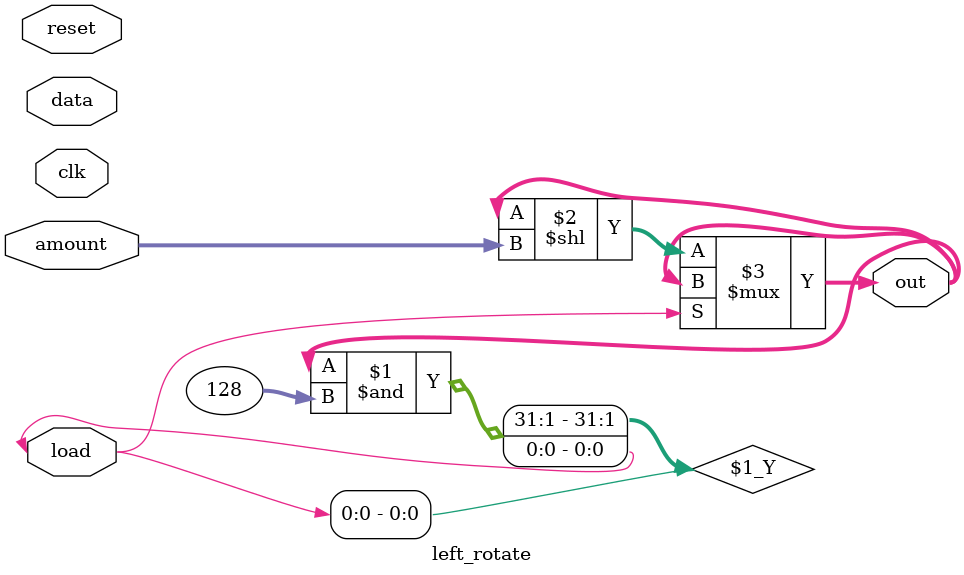
<source format=v>
module left_rotate(clk,reset,amount,data,load,out);
input clk,reset;
input [2:0] amount;
input [7:0] data;
input load;
output reg [7:0] out;
// when load is high, load data to out
// otherwise rotate the out register followed by left shift the out register by amount bits
assign load = out & (1<<7);
assign out = load? out : out<<amount;
endmodule

</source>
